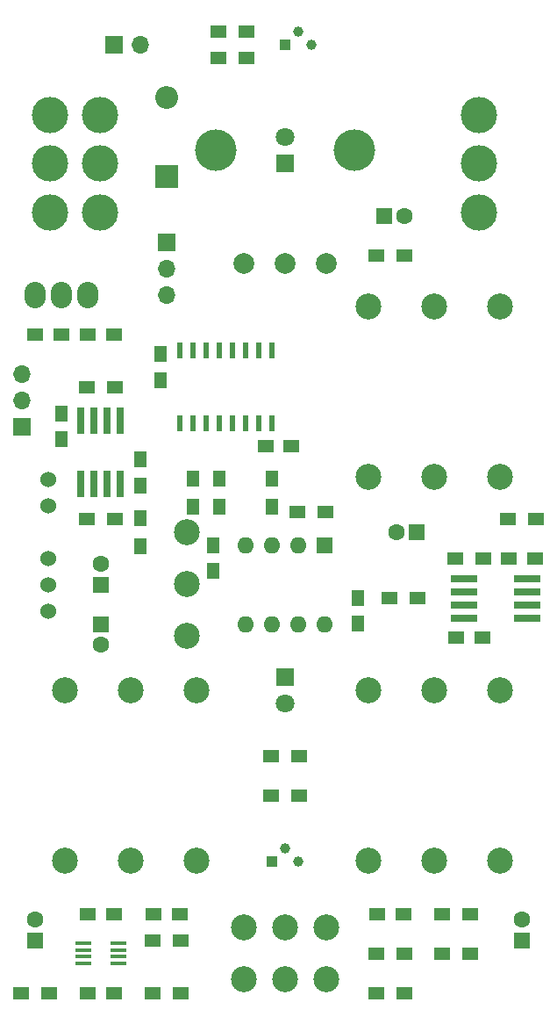
<source format=gts>
G04 #@! TF.FileFunction,Soldermask,Top*
%FSLAX46Y46*%
G04 Gerber Fmt 4.6, Leading zero omitted, Abs format (unit mm)*
G04 Created by KiCad (PCBNEW 4.0.1-stable) date 2017年08月20日日曜日 22:05:08*
%MOMM*%
G01*
G04 APERTURE LIST*
%ADD10C,0.100000*%
%ADD11C,2.500000*%
%ADD12R,1.600000X1.600000*%
%ADD13C,1.600000*%
%ADD14C,4.000000*%
%ADD15C,2.000000*%
%ADD16R,1.250000X1.500000*%
%ADD17R,1.500000X1.250000*%
%ADD18R,2.200000X2.200000*%
%ADD19O,2.200000X2.200000*%
%ADD20R,1.800000X1.800000*%
%ADD21C,1.800000*%
%ADD22R,1.700000X1.700000*%
%ADD23O,1.700000X1.700000*%
%ADD24C,1.000000*%
%ADD25R,1.000000X1.000000*%
%ADD26R,1.500000X1.300000*%
%ADD27R,1.300000X1.500000*%
%ADD28C,3.500000*%
%ADD29O,2.032000X2.540000*%
%ADD30O,1.600000X1.600000*%
%ADD31C,1.524000*%
%ADD32R,2.540000X0.720000*%
%ADD33R,1.600000X0.300000*%
%ADD34R,0.720000X2.540000*%
%ADD35R,0.600000X1.500000*%
G04 APERTURE END LIST*
D10*
D11*
X136300000Y-121750000D03*
X142650000Y-121750000D03*
X149000000Y-121750000D03*
X136300000Y-138250000D03*
X142650000Y-138250000D03*
X149000000Y-138250000D03*
D12*
X137795000Y-113030000D03*
D13*
X139795000Y-113030000D03*
D14*
X121570000Y-106680000D03*
D15*
X132270000Y-117680000D03*
X128270000Y-117680000D03*
X124270000Y-117680000D03*
D14*
X134970000Y-106680000D03*
D11*
X119700000Y-175250000D03*
X113350000Y-175250000D03*
X107000000Y-175250000D03*
X119700000Y-158750000D03*
X113350000Y-158750000D03*
X107000000Y-158750000D03*
X136300000Y-158750000D03*
X142650000Y-158750000D03*
X149000000Y-158750000D03*
X136300000Y-175250000D03*
X142650000Y-175250000D03*
X149000000Y-175250000D03*
D12*
X140970000Y-143510000D03*
D13*
X138970000Y-143510000D03*
D12*
X151130000Y-182880000D03*
D13*
X151130000Y-180880000D03*
D16*
X135255000Y-149880000D03*
X135255000Y-152380000D03*
D17*
X106660000Y-124460000D03*
X104160000Y-124460000D03*
X109240000Y-124460000D03*
X111740000Y-124460000D03*
D12*
X110490000Y-152400000D03*
D13*
X110490000Y-154400000D03*
D16*
X116205000Y-128885000D03*
X116205000Y-126385000D03*
D17*
X111740000Y-187960000D03*
X109240000Y-187960000D03*
D16*
X121285000Y-147300000D03*
X121285000Y-144800000D03*
D12*
X110490000Y-148590000D03*
D13*
X110490000Y-146590000D03*
D17*
X126385000Y-135255000D03*
X128885000Y-135255000D03*
X109240000Y-180340000D03*
X111740000Y-180340000D03*
X147300000Y-153670000D03*
X144800000Y-153670000D03*
X137180000Y-180340000D03*
X139680000Y-180340000D03*
X149880000Y-146050000D03*
X152380000Y-146050000D03*
X118090000Y-180340000D03*
X115590000Y-180340000D03*
D16*
X106680000Y-134600000D03*
X106680000Y-132100000D03*
D12*
X104140000Y-182880000D03*
D13*
X104140000Y-180880000D03*
D16*
X114300000Y-136545000D03*
X114300000Y-139045000D03*
D18*
X116840000Y-109220000D03*
D19*
X116840000Y-101600000D03*
D20*
X128270000Y-157480000D03*
D21*
X128270000Y-160020000D03*
D20*
X128270000Y-107950000D03*
D21*
X128270000Y-105410000D03*
D22*
X102870000Y-133350000D03*
D23*
X102870000Y-130810000D03*
X102870000Y-128270000D03*
D22*
X116840000Y-115570000D03*
D23*
X116840000Y-118110000D03*
X116840000Y-120650000D03*
D22*
X111760000Y-96520000D03*
D23*
X114300000Y-96520000D03*
D24*
X128270000Y-173990000D03*
X129540000Y-175260000D03*
D25*
X127000000Y-175260000D03*
D24*
X129540000Y-95250000D03*
X130810000Y-96520000D03*
D25*
X128270000Y-96520000D03*
D26*
X146130000Y-180340000D03*
X143430000Y-180340000D03*
X146130000Y-184150000D03*
X143430000Y-184150000D03*
X139780000Y-116840000D03*
X137080000Y-116840000D03*
D27*
X127000000Y-138350000D03*
X127000000Y-141050000D03*
D26*
X132160000Y-141605000D03*
X129460000Y-141605000D03*
X137080000Y-187960000D03*
X139780000Y-187960000D03*
X137080000Y-184150000D03*
X139780000Y-184150000D03*
X138350000Y-149860000D03*
X141050000Y-149860000D03*
X152480000Y-142240000D03*
X149780000Y-142240000D03*
X144700000Y-146050000D03*
X147400000Y-146050000D03*
X115490000Y-182880000D03*
X118190000Y-182880000D03*
X118190000Y-187960000D03*
X115490000Y-187960000D03*
D27*
X121920000Y-141050000D03*
X121920000Y-138350000D03*
X114300000Y-142160000D03*
X114300000Y-144860000D03*
D26*
X105490000Y-187960000D03*
X102790000Y-187960000D03*
D27*
X119380000Y-141050000D03*
X119380000Y-138350000D03*
D26*
X109140000Y-129540000D03*
X111840000Y-129540000D03*
X109140000Y-142240000D03*
X111840000Y-142240000D03*
X126920000Y-168910000D03*
X129620000Y-168910000D03*
X121840000Y-97790000D03*
X124540000Y-97790000D03*
X126920000Y-165100000D03*
X129620000Y-165100000D03*
X124540000Y-95250000D03*
X121840000Y-95250000D03*
D11*
X118745000Y-148510000D03*
X118745000Y-153510000D03*
X118745000Y-143510000D03*
X132270000Y-186650000D03*
X128270000Y-186650000D03*
X124270000Y-186650000D03*
X124270000Y-181650000D03*
X132270000Y-181650000D03*
X128270000Y-181650000D03*
D28*
X147000000Y-103300000D03*
X147000000Y-108000000D03*
X147000000Y-112700000D03*
X110410000Y-103300000D03*
X110410000Y-108000000D03*
X110410000Y-112700000D03*
X105590000Y-103300000D03*
X105590000Y-108000000D03*
X105590000Y-112700000D03*
D29*
X106680000Y-120650000D03*
X109220000Y-120650000D03*
X104140000Y-120650000D03*
D12*
X132080000Y-144780000D03*
D30*
X124460000Y-152400000D03*
X129540000Y-144780000D03*
X127000000Y-152400000D03*
X127000000Y-144780000D03*
X129540000Y-152400000D03*
X124460000Y-144780000D03*
X132080000Y-152400000D03*
D31*
X105410000Y-138430000D03*
X105410000Y-140970000D03*
X105410000Y-146050000D03*
X105410000Y-148590000D03*
X105410000Y-151130000D03*
D32*
X145500000Y-151805000D03*
X145500000Y-150535000D03*
X145500000Y-149265000D03*
X145500000Y-147995000D03*
X151600000Y-147995000D03*
X151600000Y-149265000D03*
X151600000Y-150535000D03*
X151600000Y-151805000D03*
D33*
X112190000Y-185125000D03*
X112190000Y-184475000D03*
X112190000Y-183825000D03*
X112190000Y-183175000D03*
X108790000Y-183175000D03*
X108790000Y-183825000D03*
X108790000Y-184475000D03*
X108790000Y-185125000D03*
D34*
X108545000Y-132800000D03*
X109815000Y-132800000D03*
X111085000Y-132800000D03*
X112355000Y-132800000D03*
X112355000Y-138900000D03*
X111085000Y-138900000D03*
X109815000Y-138900000D03*
X108545000Y-138900000D03*
D35*
X118110000Y-133090000D03*
X119380000Y-133090000D03*
X120650000Y-133090000D03*
X121920000Y-133090000D03*
X123190000Y-133090000D03*
X124460000Y-133090000D03*
X125730000Y-133090000D03*
X127000000Y-133090000D03*
X127000000Y-125990000D03*
X125730000Y-125990000D03*
X124460000Y-125990000D03*
X123190000Y-125990000D03*
X121920000Y-125990000D03*
X120650000Y-125990000D03*
X119380000Y-125990000D03*
X118110000Y-125990000D03*
M02*

</source>
